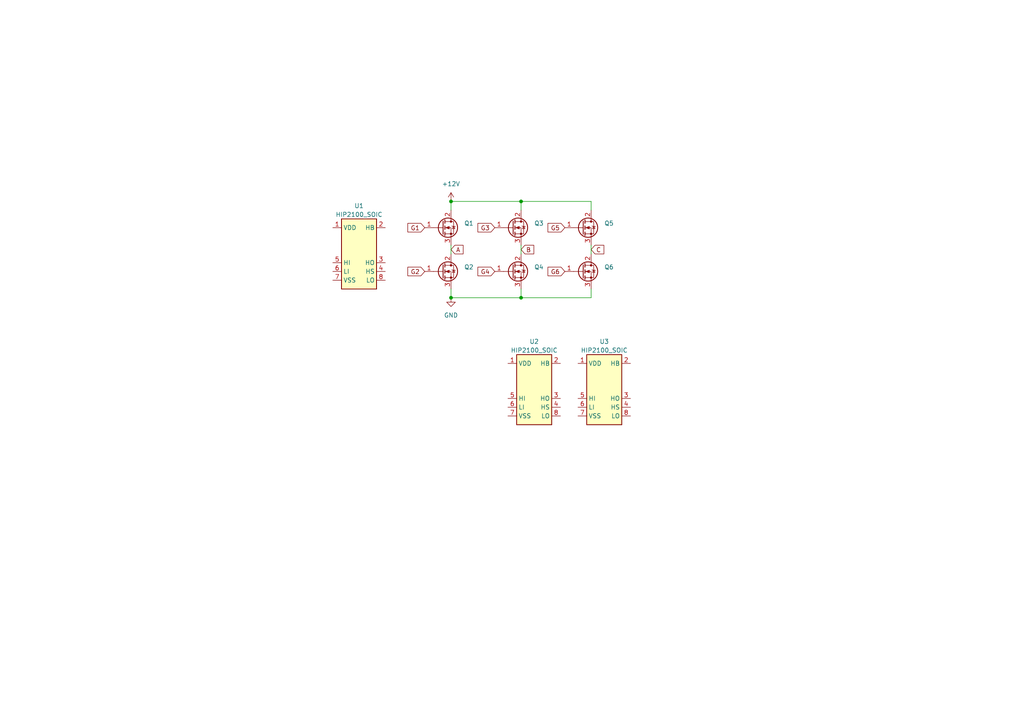
<source format=kicad_sch>
(kicad_sch (version 20230121) (generator eeschema)
  (paper "A4")
  (lib_symbols
    (symbol "Driver_FET:HIP2100_SOIC"
      (property "Reference" "U" (at 0 13.335 0))
      (property "Value" "HIP2100_SOIC" (at 0 11.43 0))
      (symbol "HIP2100_SOIC_0_1"
        (rectangle (start -5.08 -10.16) (end 5.08 10.16) (stroke (width 0.254)) (fill (type background)))
      )
      (symbol "HIP2100_SOIC_1_1"
        (pin power_in line (at -7.62 7.62 0) (length 2.54) (name "VDD") (number "1"))
        (pin passive line (at 7.62 7.62 180) (length 2.54) (name "HB") (number "2"))
        (pin output line (at 7.62 -2.54 180) (length 2.54) (name "HO") (number "3"))
        (pin passive line (at 7.62 -5.08 180) (length 2.54) (name "HS") (number "4"))
        (pin input line (at -7.62 -2.54 0) (length 2.54) (name "HI") (number "5"))
        (pin input line (at -7.62 -5.08 0) (length 2.54) (name "LI") (number "6"))
        (pin power_in line (at -7.62 -7.62 0) (length 2.54) (name "VSS") (number "7"))
        (pin output line (at 7.62 -7.62 180) (length 2.54) (name "LO") (number "8"))
      )
    )
    (symbol "Transistor_FET:BSP89" (pin_names hide)
      (property "Reference" "Q" (at 5.08 1.905 0))
      (property "Value" "BSP89" (at 5.08 0 0))
      (symbol "BSP89_0_1"
        (polyline (pts (xy 0.254 0) (xy -2.54 0)))
        (polyline (pts (xy 0.254 1.905) (xy 0.254 -1.905)) (stroke (width 0.254)))
        (polyline (pts (xy 0.762 -1.27) (xy 0.762 -2.286)) (stroke (width 0.254)))
        (polyline (pts (xy 0.762 0.508) (xy 0.762 -0.508)) (stroke (width 0.254)))
        (polyline (pts (xy 0.762 2.286) (xy 0.762 1.27)) (stroke (width 0.254)))
        (polyline (pts (xy 2.54 2.54) (xy 2.54 1.778)))
        (polyline (pts (xy 2.54 -2.54) (xy 2.54 0) (xy 0.762 0)))
        (polyline (pts (xy 0.762 -1.778) (xy 3.302 -1.778) (xy 3.302 1.778) (xy 0.762 1.778)))
        (polyline (pts (xy 1.016 0) (xy 2.032 0.381) (xy 2.032 -0.381) (xy 1.016 0)) (fill (type outline)))
        (polyline (pts (xy 2.794 0.508) (xy 2.921 0.381) (xy 3.683 0.381) (xy 3.81 0.254)))
        (polyline (pts (xy 3.302 0.381) (xy 2.921 -0.254) (xy 3.683 -0.254) (xy 3.302 0.381)))
        (circle (center 1.651 0) (radius 2.794) (stroke (width 0.254)))
        (circle (center 2.54 -1.778) (radius 0.254) (fill (type outline)))
        (circle (center 2.54 1.778) (radius 0.254) (fill (type outline)))
      )
      (symbol "BSP89_1_1"
        (pin input line (at -5.08 0 0) (length 2.54) (name "G") (number "1"))
        (pin passive line (at 2.54 5.08 270) (length 2.54) (name "D") (number "2"))
        (pin passive line (at 2.54 -5.08 90) (length 2.54) (name "S") (number "3"))
      )
    )
    (symbol "power:+12V" (power) (pin_names (offset 0))
      (property "Value" "+12V" (at 0 3.556 0))
      (symbol "+12V_0_1"
        (polyline (pts (xy -0.762 1.27) (xy 0 2.54)))
        (polyline (pts (xy 0 0) (xy 0 2.54)))
        (polyline (pts (xy 0 2.54) (xy 0.762 1.27)))
      )
      (symbol "+12V_1_1"
        (pin power_in line (at 0 0 90) (length 0) hide (name "+12V") (number "1"))
      )
    )
    (symbol "power:GND" (power) (pin_names (offset 0))
      (property "Value" "GND" (at 0 -3.81 0))
      (symbol "GND_0_1"
        (polyline (pts (xy 0 0) (xy 0 -1.27) (xy 1.27 -1.27) (xy 0 -2.54) (xy -1.27 -1.27) (xy 0 -1.27)))
      )
      (symbol "GND_1_1"
        (pin power_in line (at 0 0 270) (length 0) hide (name "GND") (number "1"))
      )
    )
  )
  (junction (at 151.13 86.36))
  (junction (at 130.81 86.36))
  (junction (at 151.13 58.42))
  (junction (at 130.81 58.42))
  (wire (pts (xy 130.81 58.42) (xy 151.13 58.42)))
  (wire (pts (xy 171.45 71.12) (xy 171.45 73.66)))
  (wire (pts (xy 171.45 83.82) (xy 171.45 86.36)))
  (wire (pts (xy 130.81 71.12) (xy 130.81 73.66)))
  (wire (pts (xy 151.13 71.12) (xy 151.13 73.66)))
  (wire (pts (xy 130.81 60.96) (xy 130.81 58.42)))
  (wire (pts (xy 171.45 86.36) (xy 151.13 86.36)))
  (wire (pts (xy 130.81 86.36) (xy 151.13 86.36)))
  (wire (pts (xy 171.45 60.96) (xy 171.45 58.42)))
  (wire (pts (xy 151.13 86.36) (xy 151.13 83.82)))
  (wire (pts (xy 151.13 58.42) (xy 151.13 60.96)))
  (wire (pts (xy 171.45 58.42) (xy 151.13 58.42)))
  (wire (pts (xy 130.81 83.82) (xy 130.81 86.36)))
  (global_label "B" (shape input) (at 151.13 72.39 0) (property "Intersheetrefs" "${INTERSHEET_REFS}" (effects hide)))
  (global_label "G1" (shape input) (at 123.19 66.04 180) (property "Intersheetrefs" "${INTERSHEET_REFS}" (effects hide)))
  (global_label "A" (shape input) (at 130.81 72.39 0) (property "Intersheetrefs" "${INTERSHEET_REFS}" (effects hide)))
  (global_label "G3" (shape input) (at 143.51 66.04 180) (property "Intersheetrefs" "${INTERSHEET_REFS}" (effects hide)))
  (global_label "C" (shape input) (at 171.45 72.39 0) (property "Intersheetrefs" "${INTERSHEET_REFS}" (effects hide)))
  (global_label "G2" (shape input) (at 123.19 78.74 180) (property "Intersheetrefs" "${INTERSHEET_REFS}" (effects hide)))
  (global_label "G6" (shape input) (at 163.83 78.74 180) (property "Intersheetrefs" "${INTERSHEET_REFS}" (effects hide)))
  (global_label "G5" (shape input) (at 163.83 66.04 180) (property "Intersheetrefs" "${INTERSHEET_REFS}" (effects hide)))
  (global_label "G4" (shape input) (at 143.51 78.74 180) (property "Intersheetrefs" "${INTERSHEET_REFS}" (effects hide)))
  (symbol (lib_id "Transistor_FET:BSP89") (at 128.27 78.74 0) (unit 1)
    (property "Reference" "Q2" (at 134.62 77.47 0) (effects (justify left)))
    (property "Value" "BSP89" (effects hide))
    (property "Footprint" "Package_TO_SOT_SMD:TO-263-2" (effects hide))
    (property "Datasheet" "https://www.infineon.com/dgdl/Infineon-BSP89-DS-v02_02-en.pdf?fileId=db3a30433b47825b013b4b8a07f90d55" (effects hide))
  )
  (symbol (lib_id "power:+12V") (at 130.81 58.42 0) (unit 1)
    (property "Reference" "#PWR01" (effects hide))
    (property "Value" "+12V" (at 130.81 53.34 0))
  )
  (symbol (lib_id "Transistor_FET:BSP89") (at 148.59 66.04 0) (unit 1)
    (property "Reference" "Q3" (at 154.94 64.77 0) (effects (justify left)))
    (property "Value" "BSP89" (effects hide))
    (property "Footprint" "Package_TO_SOT_SMD:TO-263-2" (effects hide))
    (property "Datasheet" "https://www.infineon.com/dgdl/Infineon-BSP89-DS-v02_02-en.pdf?fileId=db3a30433b47825b013b4b8a07f90d55" (effects hide))
  )
  (symbol (lib_id "Driver_FET:HIP2100_SOIC") (at 175.26 113.03 0) (unit 1)
    (property "Reference" "U3" (at 175.26 99.06 0))
    (property "Value" "HIP2100_SOIC" (at 175.26 101.6 0))
    (property "Footprint" "Package_DFN_QFN:DFN-8-1EP_3x3mm_P0.5mm_EP1.65x2.38mm" (effects hide))
    (property "Datasheet" "http://www.intersil.com/content/dam/Intersil/documents/hip2/hip2100.pdf" (effects hide))
  )
  (symbol (lib_id "power:GND") (at 130.81 86.36 0) (unit 1)
    (property "Reference" "#PWR02" (effects hide))
    (property "Value" "GND" (at 130.81 91.44 0))
  )
  (symbol (lib_id "Transistor_FET:BSP89") (at 168.91 78.74 0) (unit 1)
    (property "Reference" "Q6" (at 175.26 77.47 0) (effects (justify left)))
    (property "Value" "BSP89" (effects hide))
    (property "Footprint" "Package_TO_SOT_SMD:TO-263-2" (effects hide))
    (property "Datasheet" "https://www.infineon.com/dgdl/Infineon-BSP89-DS-v02_02-en.pdf?fileId=db3a30433b47825b013b4b8a07f90d55" (effects hide))
  )
  (symbol (lib_id "Transistor_FET:BSP89") (at 148.59 78.74 0) (unit 1)
    (property "Reference" "Q4" (at 154.94 77.47 0) (effects (justify left)))
    (property "Value" "BSP89" (effects hide))
    (property "Footprint" "Package_TO_SOT_SMD:TO-263-2" (effects hide))
    (property "Datasheet" "https://www.infineon.com/dgdl/Infineon-BSP89-DS-v02_02-en.pdf?fileId=db3a30433b47825b013b4b8a07f90d55" (effects hide))
  )
  (symbol (lib_id "Transistor_FET:BSP89") (at 128.27 66.04 0) (unit 1)
    (property "Reference" "Q1" (at 134.62 64.77 0) (effects (justify left)))
    (property "Value" "BSP89" (effects hide))
    (property "Footprint" "Package_TO_SOT_SMD:TO-263-2" (effects hide))
    (property "Datasheet" "https://www.infineon.com/dgdl/Infineon-BSP89-DS-v02_02-en.pdf?fileId=db3a30433b47825b013b4b8a07f90d55" (effects hide))
  )
  (symbol (lib_id "Driver_FET:HIP2100_SOIC") (at 154.94 113.03 0) (unit 1)
    (property "Reference" "U2" (at 154.94 99.06 0))
    (property "Value" "HIP2100_SOIC" (at 154.94 101.6 0))
    (property "Footprint" "Package_DFN_QFN:DFN-8-1EP_3x3mm_P0.5mm_EP1.65x2.38mm" (effects hide))
    (property "Datasheet" "http://www.intersil.com/content/dam/Intersil/documents/hip2/hip2100.pdf" (effects hide))
  )
  (symbol (lib_id "Driver_FET:HIP2100_SOIC") (at 104.14 73.66 0) (unit 1)
    (property "Reference" "U1" (at 104.14 59.69 0))
    (property "Value" "HIP2100_SOIC" (at 104.14 62.23 0))
    (property "Footprint" "Package_DFN_QFN:DFN-8-1EP_3x3mm_P0.5mm_EP1.65x2.38mm" (effects hide))
    (property "Datasheet" "http://www.intersil.com/content/dam/Intersil/documents/hip2/hip2100.pdf" (effects hide))
  )
  (symbol (lib_id "Transistor_FET:BSP89") (at 168.91 66.04 0) (unit 1)
    (property "Reference" "Q5" (at 175.26 64.77 0) (effects (justify left)))
    (property "Value" "BSP89" (effects hide))
    (property "Footprint" "Package_TO_SOT_SMD:TO-263-2" (effects hide))
    (property "Datasheet" "https://www.infineon.com/dgdl/Infineon-BSP89-DS-v02_02-en.pdf?fileId=db3a30433b47825b013b4b8a07f90d55" (effects hide))
  )
)
</source>
